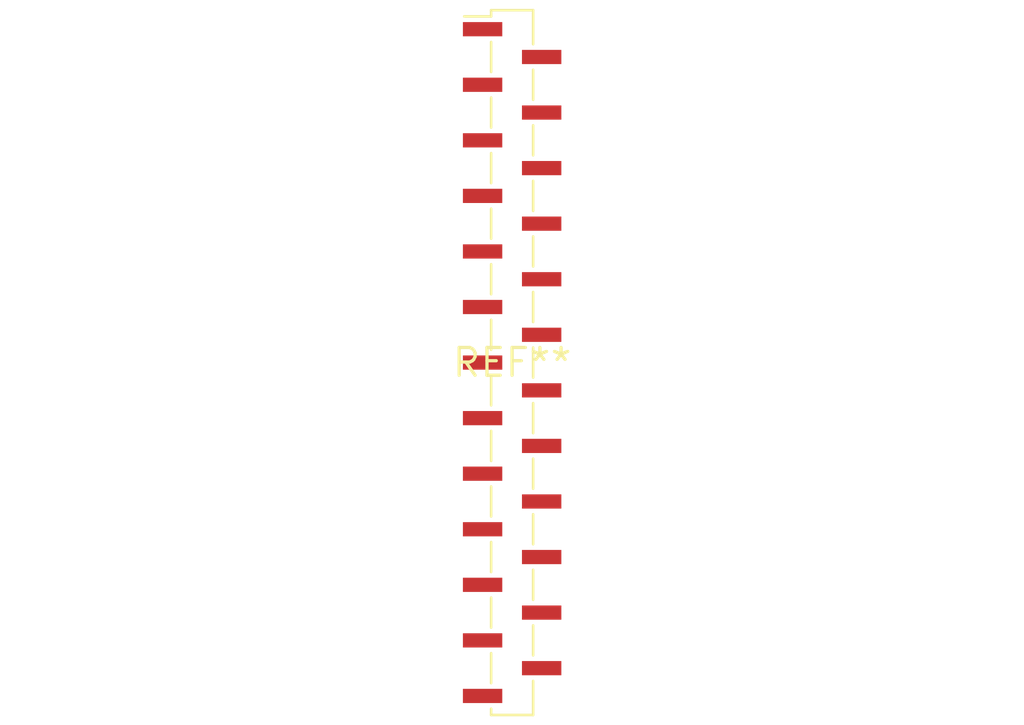
<source format=kicad_pcb>
(kicad_pcb (version 20240108) (generator pcbnew)
  (layers (0 "F.Cu" signal) (31 "B.Cu" signal) (34 "B.Paste" user) (35 "F.Paste" user) (36 "B.SilkS" user "B.Silkscreen") (37 "F.SilkS" user "F.Silkscreen") (38 "B.Mask" user) (39 "F.Mask" user) (44 "Edge.Cuts" user))
  (net 0 "")
  (footprint "PinSocket_1x25_P1.27mm_Vertical_SMD_Pin1Left" (layer "F.Cu") (at 0 0)
    (property "Reference" "REF**")
    (property "Value" "PinSocket_1x25_P1.27mm_Vertical_SMD_Pin1Left")
    (fp_line (start -2.19 -15.825) (end -0.96 -15.825) (layer "F.SilkS") (stroke (width 0.12)))
    (fp_line (start -0.96 -16.11) (end -0.96 -15.825) (layer "F.SilkS") (stroke (width 0.12)))
    (fp_line (start -0.96 -16.11) (end 0.96 -16.11) (layer "F.SilkS") (stroke (width 0.12)))
    (fp_line (start -0.96 -14.655) (end -0.96 -13.285) (layer "F.SilkS") (stroke (width 0.12)))
    (fp_line (start -0.96 -12.115) (end -0.96 -10.745) (layer "F.SilkS") (stroke (width 0.12)))
    (fp_line (start -0.96 -9.575) (end -0.96 -8.205) (layer "F.SilkS") (stroke (width 0.12)))
    (fp_line (start -0.96 -7.035) (end -0.96 -5.665) (layer "F.SilkS") (stroke (width 0.12)))
    (fp_line (start -0.96 -4.495) (end -0.96 -3.125) (layer "F.SilkS") (stroke (width 0.12)))
    (fp_line (start -0.96 -1.955) (end -0.96 -0.585) (layer "F.SilkS") (stroke (width 0.12)))
    (fp_line (start -0.96 0.585) (end -0.96 1.955) (layer "F.SilkS") (stroke (width 0.12)))
    (fp_line (start -0.96 3.125) (end -0.96 4.495) (layer "F.SilkS") (stroke (width 0.12)))
    (fp_line (start -0.96 5.665) (end -0.96 7.035) (layer "F.SilkS") (stroke (width 0.12)))
    (fp_line (start -0.96 8.205) (end -0.96 9.575) (layer "F.SilkS") (stroke (width 0.12)))
    (fp_line (start -0.96 10.745) (end -0.96 12.115) (layer "F.SilkS") (stroke (width 0.12)))
    (fp_line (start -0.96 13.285) (end -0.96 14.655) (layer "F.SilkS") (stroke (width 0.12)))
    (fp_line (start -0.96 15.825) (end -0.96 16.11) (layer "F.SilkS") (stroke (width 0.12)))
    (fp_line (start -0.96 16.11) (end 0.96 16.11) (layer "F.SilkS") (stroke (width 0.12)))
    (fp_line (start 0.96 -16.11) (end 0.96 -14.555) (layer "F.SilkS") (stroke (width 0.12)))
    (fp_line (start 0.96 -13.385) (end 0.96 -12.015) (layer "F.SilkS") (stroke (width 0.12)))
    (fp_line (start 0.96 -10.845) (end 0.96 -9.475) (layer "F.SilkS") (stroke (width 0.12)))
    (fp_line (start 0.96 -8.305) (end 0.96 -6.935) (layer "F.SilkS") (stroke (width 0.12)))
    (fp_line (start 0.96 -5.765) (end 0.96 -4.395) (layer "F.SilkS") (stroke (width 0.12)))
    (fp_line (start 0.96 -3.225) (end 0.96 -1.855) (layer "F.SilkS") (stroke (width 0.12)))
    (fp_line (start 0.96 -0.685) (end 0.96 0.685) (layer "F.SilkS") (stroke (width 0.12)))
    (fp_line (start 0.96 1.855) (end 0.96 3.225) (layer "F.SilkS") (stroke (width 0.12)))
    (fp_line (start 0.96 4.395) (end 0.96 5.765) (layer "F.SilkS") (stroke (width 0.12)))
    (fp_line (start 0.96 6.935) (end 0.96 8.305) (layer "F.SilkS") (stroke (width 0.12)))
    (fp_line (start 0.96 9.475) (end 0.96 10.845) (layer "F.SilkS") (stroke (width 0.12)))
    (fp_line (start 0.96 12.015) (end 0.96 13.385) (layer "F.SilkS") (stroke (width 0.12)))
    (fp_line (start 0.96 14.555) (end 0.96 16.11) (layer "F.SilkS") (stroke (width 0.12)))
    (pad "1" smd rect (at -1.35 -15.24) (size 1.8 0.65) (layers "F.Cu" "F.Paste" "F.Mask"))
    (pad "2" smd rect (at 1.35 -13.97) (size 1.8 0.65) (layers "F.Cu" "F.Paste" "F.Mask"))
    (pad "3" smd rect (at -1.35 -12.7) (size 1.8 0.65) (layers "F.Cu" "F.Paste" "F.Mask"))
    (pad "4" smd rect (at 1.35 -11.43) (size 1.8 0.65) (layers "F.Cu" "F.Paste" "F.Mask"))
    (pad "5" smd rect (at -1.35 -10.16) (size 1.8 0.65) (layers "F.Cu" "F.Paste" "F.Mask"))
    (pad "6" smd rect (at 1.35 -8.89) (size 1.8 0.65) (layers "F.Cu" "F.Paste" "F.Mask"))
    (pad "7" smd rect (at -1.35 -7.62) (size 1.8 0.65) (layers "F.Cu" "F.Paste" "F.Mask"))
    (pad "8" smd rect (at 1.35 -6.35) (size 1.8 0.65) (layers "F.Cu" "F.Paste" "F.Mask"))
    (pad "9" smd rect (at -1.35 -5.08) (size 1.8 0.65) (layers "F.Cu" "F.Paste" "F.Mask"))
    (pad "10" smd rect (at 1.35 -3.81) (size 1.8 0.65) (layers "F.Cu" "F.Paste" "F.Mask"))
    (pad "11" smd rect (at -1.35 -2.54) (size 1.8 0.65) (layers "F.Cu" "F.Paste" "F.Mask"))
    (pad "12" smd rect (at 1.35 -1.27) (size 1.8 0.65) (layers "F.Cu" "F.Paste" "F.Mask"))
    (pad "13" smd rect (at -1.35 0) (size 1.8 0.65) (layers "F.Cu" "F.Paste" "F.Mask"))
    (pad "14" smd rect (at 1.35 1.27) (size 1.8 0.65) (layers "F.Cu" "F.Paste" "F.Mask"))
    (pad "15" smd rect (at -1.35 2.54) (size 1.8 0.65) (layers "F.Cu" "F.Paste" "F.Mask"))
    (pad "16" smd rect (at 1.35 3.81) (size 1.8 0.65) (layers "F.Cu" "F.Paste" "F.Mask"))
    (pad "17" smd rect (at -1.35 5.08) (size 1.8 0.65) (layers "F.Cu" "F.Paste" "F.Mask"))
    (pad "18" smd rect (at 1.35 6.35) (size 1.8 0.65) (layers "F.Cu" "F.Paste" "F.Mask"))
    (pad "19" smd rect (at -1.35 7.62) (size 1.8 0.65) (layers "F.Cu" "F.Paste" "F.Mask"))
    (pad "20" smd rect (at 1.35 8.89) (size 1.8 0.65) (layers "F.Cu" "F.Paste" "F.Mask"))
    (pad "21" smd rect (at -1.35 10.16) (size 1.8 0.65) (layers "F.Cu" "F.Paste" "F.Mask"))
    (pad "22" smd rect (at 1.35 11.43) (size 1.8 0.65) (layers "F.Cu" "F.Paste" "F.Mask"))
    (pad "23" smd rect (at -1.35 12.7) (size 1.8 0.65) (layers "F.Cu" "F.Paste" "F.Mask"))
    (pad "24" smd rect (at 1.35 13.97) (size 1.8 0.65) (layers "F.Cu" "F.Paste" "F.Mask"))
    (pad "25" smd rect (at -1.35 15.24) (size 1.8 0.65) (layers "F.Cu" "F.Paste" "F.Mask"))
  )
)
</source>
